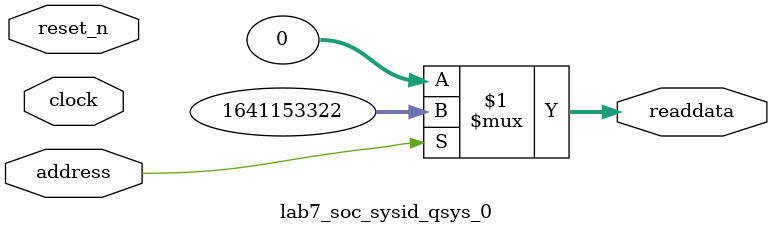
<source format=v>



// synthesis translate_off
`timescale 1ns / 1ps
// synthesis translate_on

// turn off superfluous verilog processor warnings 
// altera message_level Level1 
// altera message_off 10034 10035 10036 10037 10230 10240 10030 

module lab7_soc_sysid_qsys_0 (
               // inputs:
                address,
                clock,
                reset_n,

               // outputs:
                readdata
             )
;

  output  [ 31: 0] readdata;
  input            address;
  input            clock;
  input            reset_n;

  wire    [ 31: 0] readdata;
  //control_slave, which is an e_avalon_slave
  assign readdata = address ? 1641153322 : 0;

endmodule



</source>
